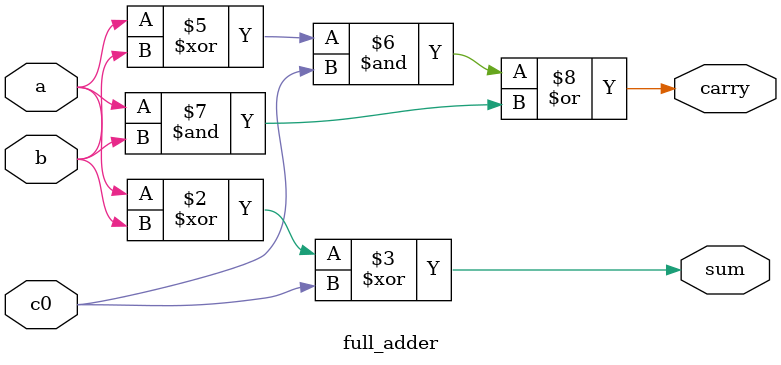
<source format=sv>
module full_adder(input a,b,c0,
				  output sum,carry);
always_comb
begin
	sum = a ^ b ^ c0;
end

always_comb
	carry = ((a ^ b) & c0) | (a & b);
begin
	
end
endmodule
</source>
